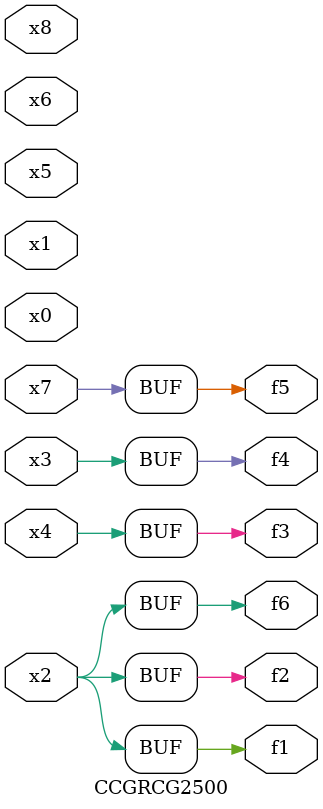
<source format=v>
module CCGRCG2500(
	input x0, x1, x2, x3, x4, x5, x6, x7, x8,
	output f1, f2, f3, f4, f5, f6
);
	assign f1 = x2;
	assign f2 = x2;
	assign f3 = x4;
	assign f4 = x3;
	assign f5 = x7;
	assign f6 = x2;
endmodule

</source>
